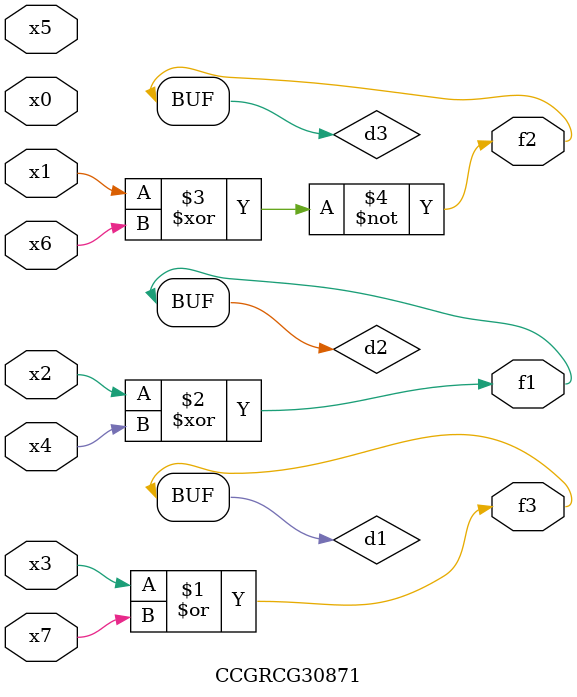
<source format=v>
module CCGRCG30871(
	input x0, x1, x2, x3, x4, x5, x6, x7,
	output f1, f2, f3
);

	wire d1, d2, d3;

	or (d1, x3, x7);
	xor (d2, x2, x4);
	xnor (d3, x1, x6);
	assign f1 = d2;
	assign f2 = d3;
	assign f3 = d1;
endmodule

</source>
